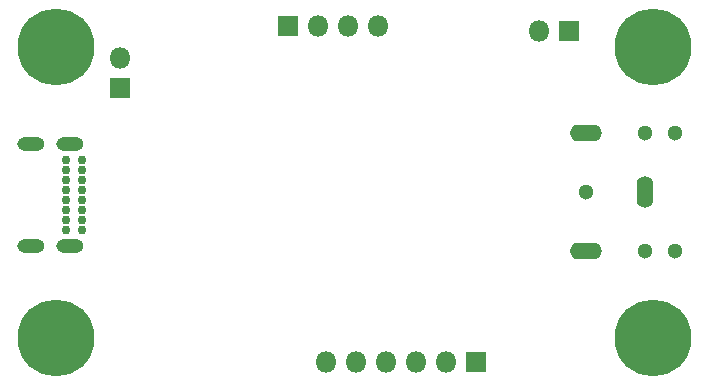
<source format=gbs>
G04 #@! TF.GenerationSoftware,KiCad,Pcbnew,(5.1.6-0-10_14)*
G04 #@! TF.CreationDate,2021-10-17T11:27:40-07:00*
G04 #@! TF.ProjectId,TimTime,54696d54-696d-4652-9e6b-696361645f70,rev?*
G04 #@! TF.SameCoordinates,Original*
G04 #@! TF.FileFunction,Soldermask,Bot*
G04 #@! TF.FilePolarity,Negative*
%FSLAX46Y46*%
G04 Gerber Fmt 4.6, Leading zero omitted, Abs format (unit mm)*
G04 Created by KiCad (PCBNEW (5.1.6-0-10_14)) date 2021-10-17 11:27:40*
%MOMM*%
%LPD*%
G01*
G04 APERTURE LIST*
%ADD10O,1.408000X2.716000*%
%ADD11O,2.716000X1.408000*%
%ADD12C,1.300000*%
%ADD13C,0.750000*%
%ADD14O,2.316000X1.208000*%
%ADD15R,1.800000X1.800000*%
%ADD16O,1.800000X1.800000*%
%ADD17C,6.500000*%
%ADD18C,0.900000*%
G04 APERTURE END LIST*
D10*
G04 #@! TO.C,J2*
X164084000Y-105203000D03*
D11*
X159084000Y-110203000D03*
X159084000Y-100203000D03*
D12*
X166584000Y-100203000D03*
X164084000Y-100203000D03*
X159084000Y-105203000D03*
X166584000Y-110203000D03*
X164084000Y-110203000D03*
G04 #@! TD*
D13*
G04 #@! TO.C,J1*
X116412000Y-108458000D03*
X116412000Y-107608000D03*
X116412000Y-106758000D03*
X116412000Y-105908000D03*
X116412000Y-105058000D03*
X116412000Y-104208000D03*
X116412000Y-103358000D03*
X116412000Y-102508000D03*
X115062000Y-102508000D03*
X115062000Y-103358000D03*
X115062000Y-104208000D03*
X115062000Y-105058000D03*
X115062000Y-105908000D03*
X115062000Y-106758000D03*
X115062000Y-107608000D03*
X115062000Y-108458000D03*
D14*
X115432000Y-109808000D03*
X115432000Y-101158000D03*
X112052000Y-101158000D03*
X112052000Y-109808000D03*
G04 #@! TD*
D15*
G04 #@! TO.C,J3*
X133858000Y-91186000D03*
D16*
X136398000Y-91186000D03*
X138938000Y-91186000D03*
X141478000Y-91186000D03*
G04 #@! TD*
D15*
G04 #@! TO.C,J4*
X149733000Y-119634000D03*
D16*
X147193000Y-119634000D03*
X144653000Y-119634000D03*
X142113000Y-119634000D03*
X139573000Y-119634000D03*
X137033000Y-119634000D03*
G04 #@! TD*
D15*
G04 #@! TO.C,J5*
X119634000Y-96393000D03*
D16*
X119634000Y-93853000D03*
G04 #@! TD*
G04 #@! TO.C,J6*
X155067000Y-91567000D03*
D15*
X157607000Y-91567000D03*
G04 #@! TD*
D17*
G04 #@! TO.C,H1*
X114173000Y-92964000D03*
D18*
X116573000Y-92964000D03*
X115870056Y-94661056D03*
X114173000Y-95364000D03*
X112475944Y-94661056D03*
X111773000Y-92964000D03*
X112475944Y-91266944D03*
X114173000Y-90564000D03*
X115870056Y-91266944D03*
G04 #@! TD*
G04 #@! TO.C,H2*
X166416056Y-91266944D03*
X164719000Y-90564000D03*
X163021944Y-91266944D03*
X162319000Y-92964000D03*
X163021944Y-94661056D03*
X164719000Y-95364000D03*
X166416056Y-94661056D03*
X167119000Y-92964000D03*
D17*
X164719000Y-92964000D03*
G04 #@! TD*
G04 #@! TO.C,H3*
X164719000Y-117602000D03*
D18*
X167119000Y-117602000D03*
X166416056Y-119299056D03*
X164719000Y-120002000D03*
X163021944Y-119299056D03*
X162319000Y-117602000D03*
X163021944Y-115904944D03*
X164719000Y-115202000D03*
X166416056Y-115904944D03*
G04 #@! TD*
G04 #@! TO.C,H4*
X115870056Y-115904944D03*
X114173000Y-115202000D03*
X112475944Y-115904944D03*
X111773000Y-117602000D03*
X112475944Y-119299056D03*
X114173000Y-120002000D03*
X115870056Y-119299056D03*
X116573000Y-117602000D03*
D17*
X114173000Y-117602000D03*
G04 #@! TD*
M02*

</source>
